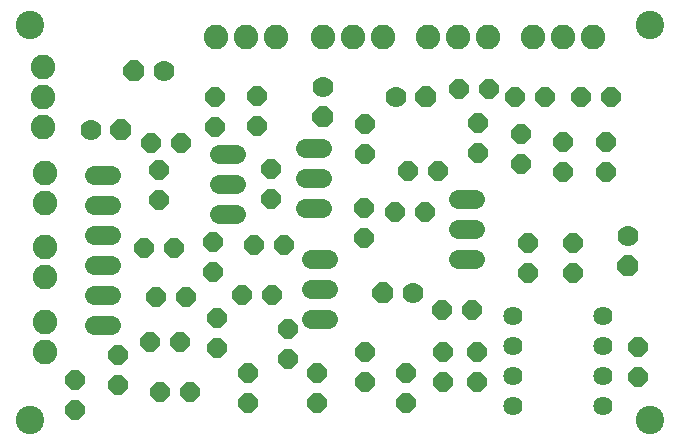
<source format=gts>
G75*
%MOIN*%
%OFA0B0*%
%FSLAX24Y24*%
%IPPOS*%
%LPD*%
%AMOC8*
5,1,8,0,0,1.08239X$1,22.5*
%
%ADD10C,0.0946*%
%ADD11C,0.0820*%
%ADD12OC8,0.0640*%
%ADD13OC8,0.0700*%
%ADD14C,0.0700*%
%ADD15C,0.0640*%
%ADD16C,0.0640*%
D10*
X001112Y000810D03*
X001112Y013999D03*
X021781Y013999D03*
X021781Y000810D03*
D11*
X019868Y013574D03*
X018868Y013574D03*
X017868Y013574D03*
X016368Y013574D03*
X015368Y013574D03*
X014368Y013574D03*
X012868Y013574D03*
X011868Y013574D03*
X010868Y013574D03*
X009289Y013574D03*
X008289Y013574D03*
X007289Y013574D03*
X001545Y012574D03*
X001545Y011574D03*
X001545Y010574D03*
X001585Y009054D03*
X001585Y008054D03*
X001585Y006574D03*
X001585Y005574D03*
X001585Y004093D03*
X001585Y003093D03*
D12*
X002588Y002145D03*
X004022Y001971D03*
X004022Y002971D03*
X005088Y003404D03*
X006088Y003404D03*
X007325Y003204D03*
X008360Y002377D03*
X009683Y002845D03*
X010659Y002377D03*
X010659Y001377D03*
X012281Y002086D03*
X012281Y003086D03*
X013632Y002377D03*
X014872Y002086D03*
X016014Y002086D03*
X016014Y003086D03*
X014872Y003086D03*
X014817Y004495D03*
X015817Y004495D03*
X017707Y005711D03*
X017707Y006711D03*
X019214Y006711D03*
X019214Y005711D03*
X021380Y003263D03*
X021380Y002263D03*
X013632Y001377D03*
X009683Y003845D03*
X009179Y004975D03*
X008179Y004975D03*
X007325Y004204D03*
X006313Y004904D03*
X005313Y004904D03*
X007191Y005751D03*
X005911Y006562D03*
X004911Y006562D03*
X005403Y008137D03*
X005403Y009137D03*
X005116Y010050D03*
X006116Y010050D03*
X007250Y010589D03*
X007250Y011589D03*
X008667Y011601D03*
X008667Y010601D03*
X009140Y009168D03*
X009140Y008168D03*
X007191Y006751D03*
X008553Y006641D03*
X009553Y006641D03*
X012234Y006900D03*
X013266Y007747D03*
X012234Y007900D03*
X013707Y009101D03*
X014707Y009101D03*
X016045Y009708D03*
X017478Y009357D03*
X018864Y009074D03*
X018864Y010074D03*
X017478Y010357D03*
X016045Y010708D03*
X017258Y011574D03*
X016403Y011861D03*
X015403Y011861D03*
X018258Y011574D03*
X019455Y011574D03*
X020455Y011574D03*
X020309Y010074D03*
X020309Y009074D03*
X014266Y007747D03*
X012258Y009676D03*
X012258Y010676D03*
X006443Y001735D03*
X005443Y001735D03*
X002588Y001145D03*
X008360Y001377D03*
D13*
X012864Y005046D03*
X021018Y005952D03*
X014313Y011574D03*
X010868Y010912D03*
X004565Y012440D03*
X004120Y010491D03*
D14*
X003120Y010491D03*
X005565Y012440D03*
X010868Y011912D03*
X013313Y011574D03*
X021018Y006952D03*
X013864Y005046D03*
D15*
X017183Y004267D03*
X017183Y003267D03*
X017183Y002267D03*
X017183Y001267D03*
X020183Y001267D03*
X020183Y002267D03*
X020183Y003267D03*
X020183Y004267D03*
D16*
X015935Y006180D02*
X015375Y006180D01*
X015375Y007180D02*
X015935Y007180D01*
X015935Y008180D02*
X015375Y008180D01*
X011018Y006196D02*
X010458Y006196D01*
X010458Y005196D02*
X011018Y005196D01*
X011018Y004196D02*
X010458Y004196D01*
X007959Y007680D02*
X007399Y007680D01*
X007399Y008680D02*
X007959Y008680D01*
X007959Y009680D02*
X007399Y009680D01*
X010281Y009869D02*
X010841Y009869D01*
X010841Y008869D02*
X010281Y008869D01*
X010281Y007869D02*
X010841Y007869D01*
X003798Y007979D02*
X003238Y007979D01*
X003238Y006979D02*
X003798Y006979D01*
X003790Y005971D02*
X003230Y005971D01*
X003230Y004971D02*
X003790Y004971D01*
X003790Y003971D02*
X003230Y003971D01*
X003238Y008979D02*
X003798Y008979D01*
M02*

</source>
